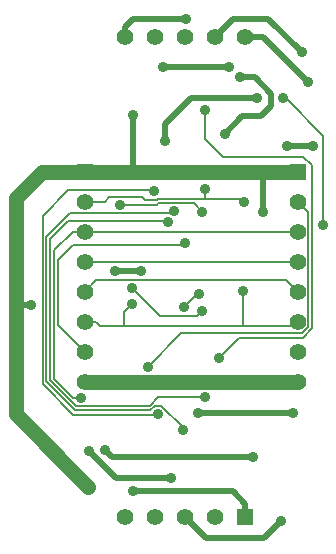
<source format=gbl>
G04 (created by PCBNEW (2013-07-07 BZR 4022)-stable) date 04/05/2015 22:03:08*
%MOIN*%
G04 Gerber Fmt 3.4, Leading zero omitted, Abs format*
%FSLAX34Y34*%
G01*
G70*
G90*
G04 APERTURE LIST*
%ADD10C,0.00590551*%
%ADD11R,0.055X0.055*%
%ADD12C,0.055*%
%ADD13C,0.0551181*%
%ADD14C,0.035*%
%ADD15C,0.006*%
%ADD16C,0.02*%
%ADD17C,0.05*%
G04 APERTURE END LIST*
G54D10*
G54D11*
X46650Y-46500D03*
G54D12*
X46650Y-47500D03*
X46650Y-48500D03*
X46650Y-49500D03*
X46650Y-50500D03*
X46650Y-51500D03*
X46650Y-52500D03*
X46650Y-53500D03*
G54D11*
X53750Y-46500D03*
G54D12*
X53750Y-47500D03*
X53750Y-48500D03*
X53750Y-49500D03*
X53750Y-50500D03*
X53750Y-51500D03*
X53750Y-52500D03*
X53750Y-53500D03*
G54D11*
X52000Y-58000D03*
G54D12*
X51000Y-58000D03*
X50000Y-58000D03*
X49000Y-58000D03*
X48000Y-58000D03*
X48000Y-42000D03*
X49000Y-42000D03*
X50000Y-42000D03*
G54D13*
X51000Y-42000D03*
X52000Y-42000D03*
G54D14*
X48220Y-50930D03*
X51930Y-50480D03*
X50010Y-48880D03*
X50680Y-47070D03*
X51960Y-47500D03*
X48750Y-53011D03*
X53260Y-44060D03*
X54610Y-48290D03*
X46518Y-54039D03*
X48530Y-49800D03*
X47670Y-49810D03*
X44880Y-50960D03*
X44380Y-54680D03*
X47320Y-55769D03*
X52270Y-56010D03*
X48250Y-44600D03*
X52600Y-47860D03*
X46770Y-57000D03*
X49922Y-55129D03*
X49631Y-47816D03*
X47821Y-47609D03*
X50573Y-47836D03*
X49097Y-54579D03*
X48951Y-47166D03*
X50665Y-54024D03*
X49424Y-48189D03*
X50560Y-51144D03*
X48240Y-50389D03*
X50040Y-41400D03*
X54110Y-43510D03*
X48260Y-57160D03*
X53190Y-58150D03*
X49320Y-45480D03*
X52400Y-44050D03*
X49250Y-43020D03*
X51460Y-43020D03*
X49959Y-51020D03*
X50456Y-50593D03*
X49520Y-56700D03*
X46800Y-55800D03*
X53890Y-42510D03*
X51840Y-43360D03*
X51320Y-45240D03*
X53590Y-54550D03*
X50440Y-54550D03*
X51129Y-52714D03*
X50679Y-44466D03*
X53390Y-45650D03*
X54270Y-45650D03*
G54D15*
X46650Y-51500D02*
X47010Y-51500D01*
X47166Y-51656D02*
X47070Y-51560D01*
X47166Y-51656D02*
X47960Y-51656D01*
X47010Y-51500D02*
X47070Y-51560D01*
X47960Y-51190D02*
X47960Y-51656D01*
X48220Y-50930D02*
X47960Y-51190D01*
X51930Y-51656D02*
X51930Y-51620D01*
X51930Y-50480D02*
X51930Y-51620D01*
X52340Y-51656D02*
X51930Y-51656D01*
X51930Y-51656D02*
X47960Y-51656D01*
X53593Y-51656D02*
X52340Y-51656D01*
X53750Y-51500D02*
X53593Y-51656D01*
X46650Y-52500D02*
X45758Y-51608D01*
X50010Y-48880D02*
X49940Y-48950D01*
X49940Y-48950D02*
X46273Y-48950D01*
X45758Y-49464D02*
X46273Y-48950D01*
X45758Y-51348D02*
X45758Y-49464D01*
X45758Y-51608D02*
X45758Y-51348D01*
X53750Y-49500D02*
X47790Y-49500D01*
X47790Y-49500D02*
X46650Y-49500D01*
X46650Y-47500D02*
X47320Y-47500D01*
X49075Y-47417D02*
X50680Y-47417D01*
X49054Y-47438D02*
X49075Y-47417D01*
X48655Y-47438D02*
X49054Y-47438D01*
X48559Y-47343D02*
X48655Y-47438D01*
X47476Y-47343D02*
X48559Y-47343D01*
X47320Y-47500D02*
X47476Y-47343D01*
X50680Y-47070D02*
X50680Y-47417D01*
X51460Y-47417D02*
X51877Y-47417D01*
X50680Y-47417D02*
X51460Y-47417D01*
X51877Y-47417D02*
X51960Y-47500D01*
X49879Y-51882D02*
X48750Y-53011D01*
X53905Y-51882D02*
X49879Y-51882D01*
X54115Y-51672D02*
X53905Y-51882D01*
X54115Y-47865D02*
X54115Y-51672D01*
X53750Y-47500D02*
X54115Y-47865D01*
X53667Y-47417D02*
X53750Y-47500D01*
X53350Y-44060D02*
X53260Y-44060D01*
X54610Y-45320D02*
X53350Y-44060D01*
X54610Y-46510D02*
X54610Y-45320D01*
X54610Y-47880D02*
X54610Y-46510D01*
X54610Y-48290D02*
X54610Y-47880D01*
X46250Y-48500D02*
X53750Y-48500D01*
X46272Y-54039D02*
X46518Y-54039D01*
X45635Y-53402D02*
X46272Y-54039D01*
X45635Y-49114D02*
X45635Y-53402D01*
X46250Y-48500D02*
X45635Y-49114D01*
X46650Y-50500D02*
X47030Y-50120D01*
X53373Y-50123D02*
X53750Y-50500D01*
X53373Y-50123D02*
X47200Y-50120D01*
X47030Y-50120D02*
X47200Y-50120D01*
G54D16*
X48530Y-49800D02*
X48520Y-49810D01*
X47670Y-49810D02*
X48520Y-49810D01*
X44880Y-50960D02*
X44350Y-50960D01*
X44350Y-54650D02*
X44350Y-54580D01*
X44380Y-54680D02*
X44350Y-54650D01*
X47560Y-56010D02*
X52270Y-56010D01*
X47320Y-55769D02*
X47560Y-56010D01*
X48250Y-44600D02*
X48250Y-46500D01*
X52600Y-47860D02*
X52600Y-46500D01*
G54D17*
X46250Y-46500D02*
X45220Y-46500D01*
X48250Y-46500D02*
X46250Y-46500D01*
X45220Y-46500D02*
X44350Y-47370D01*
X44350Y-47370D02*
X44350Y-50960D01*
X44350Y-50960D02*
X44350Y-54580D01*
X44350Y-54580D02*
X46770Y-57000D01*
X53750Y-46500D02*
X52600Y-46500D01*
X52600Y-46500D02*
X48250Y-46500D01*
G54D15*
X49565Y-47882D02*
X49631Y-47816D01*
X46170Y-47882D02*
X49565Y-47882D01*
X45374Y-48678D02*
X46170Y-47882D01*
X45374Y-53499D02*
X45374Y-48678D01*
X46335Y-54460D02*
X45374Y-53499D01*
X48841Y-54460D02*
X46335Y-54460D01*
X48987Y-54314D02*
X48841Y-54460D01*
X49206Y-54314D02*
X48987Y-54314D01*
X49922Y-55030D02*
X49206Y-54314D01*
X49922Y-55129D02*
X49922Y-55030D01*
X50287Y-47551D02*
X50573Y-47836D01*
X49112Y-47551D02*
X50287Y-47551D01*
X49053Y-47609D02*
X49112Y-47551D01*
X47821Y-47609D02*
X49053Y-47609D01*
X48907Y-47121D02*
X48951Y-47166D01*
X46100Y-47121D02*
X48907Y-47121D01*
X45254Y-47968D02*
X46100Y-47121D01*
X45254Y-53583D02*
X45254Y-47968D01*
X46276Y-54605D02*
X45254Y-53583D01*
X49071Y-54605D02*
X46276Y-54605D01*
X49097Y-54579D02*
X49071Y-54605D01*
X49369Y-48134D02*
X49424Y-48189D01*
X46094Y-48134D02*
X49369Y-48134D01*
X45494Y-48734D02*
X46094Y-48134D01*
X45494Y-53449D02*
X45494Y-48734D01*
X46351Y-54306D02*
X45494Y-53449D01*
X48825Y-54306D02*
X46351Y-54306D01*
X49108Y-54024D02*
X48825Y-54306D01*
X50665Y-54024D02*
X49108Y-54024D01*
X50560Y-51144D02*
X50404Y-51300D01*
X50404Y-51300D02*
X49152Y-51300D01*
X49152Y-51300D02*
X48240Y-50389D01*
G54D16*
X48000Y-41670D02*
X48000Y-42000D01*
X48270Y-41400D02*
X48000Y-41670D01*
X50040Y-41400D02*
X48270Y-41400D01*
X52600Y-42000D02*
X52000Y-42000D01*
X54110Y-43510D02*
X52600Y-42000D01*
X52000Y-58000D02*
X52000Y-57570D01*
X52000Y-57570D02*
X51590Y-57160D01*
X51590Y-57160D02*
X51580Y-57160D01*
X51270Y-57160D02*
X51590Y-57160D01*
X48260Y-57160D02*
X51270Y-57160D01*
X50710Y-58710D02*
X50000Y-58000D01*
X52630Y-58710D02*
X50710Y-58710D01*
X53190Y-58150D02*
X52630Y-58710D01*
X52400Y-44050D02*
X50190Y-44050D01*
X49320Y-44920D02*
X49320Y-45480D01*
X50190Y-44050D02*
X49320Y-44920D01*
X51460Y-43020D02*
X49250Y-43020D01*
G54D15*
X50385Y-50593D02*
X50456Y-50593D01*
X49959Y-51020D02*
X50385Y-50593D01*
G54D16*
X47700Y-56700D02*
X49520Y-56700D01*
X46800Y-55800D02*
X47700Y-56700D01*
X51000Y-42000D02*
X51600Y-41400D01*
X52780Y-41400D02*
X51600Y-41400D01*
X52780Y-41400D02*
X53890Y-42510D01*
X52320Y-43360D02*
X51840Y-43360D01*
X52880Y-43920D02*
X52320Y-43360D01*
X52880Y-44310D02*
X52880Y-43920D01*
X52540Y-44650D02*
X52880Y-44310D01*
X51910Y-44650D02*
X52540Y-44650D01*
X51320Y-45240D02*
X51910Y-44650D01*
X50440Y-54550D02*
X53590Y-54550D01*
G54D15*
X50679Y-44466D02*
X50679Y-45429D01*
X51129Y-52714D02*
X51807Y-52037D01*
X51807Y-52037D02*
X53920Y-52037D01*
X53920Y-52037D02*
X54237Y-51720D01*
X54237Y-51720D02*
X54237Y-46290D01*
X53946Y-46000D02*
X54237Y-46290D01*
X51250Y-46000D02*
X53946Y-46000D01*
X50679Y-45429D02*
X51250Y-46000D01*
G54D16*
X53390Y-45650D02*
X54270Y-45650D01*
G54D17*
X53750Y-53500D02*
X46720Y-53500D01*
M02*

</source>
